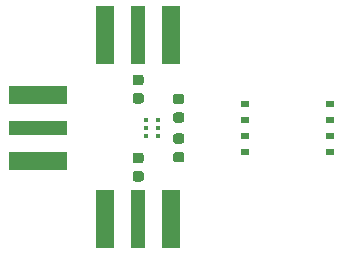
<source format=gbr>
%TF.GenerationSoftware,KiCad,Pcbnew,5.1.10-88a1d61d58~88~ubuntu18.04.1*%
%TF.CreationDate,2021-09-27T17:31:08+02:00*%
%TF.ProjectId,rf_phase_shifter_5_8GHz,72665f70-6861-4736-955f-736869667465,1.0.0*%
%TF.SameCoordinates,Original*%
%TF.FileFunction,Paste,Top*%
%TF.FilePolarity,Positive*%
%FSLAX46Y46*%
G04 Gerber Fmt 4.6, Leading zero omitted, Abs format (unit mm)*
G04 Created by KiCad (PCBNEW 5.1.10-88a1d61d58~88~ubuntu18.04.1) date 2021-09-27 17:31:08*
%MOMM*%
%LPD*%
G01*
G04 APERTURE LIST*
%ADD10R,5.000000X1.200000*%
%ADD11R,5.000000X1.600000*%
%ADD12R,1.200000X5.000000*%
%ADD13R,1.600000X5.000000*%
%ADD14R,0.330000X0.350000*%
%ADD15R,0.700000X0.600000*%
G04 APERTURE END LIST*
D10*
%TO.C,J3*%
X75946000Y-58928000D03*
D11*
X75946000Y-61698000D03*
X75946000Y-56158000D03*
%TD*%
D12*
%TO.C,J2*%
X84455000Y-66654000D03*
D13*
X87225000Y-66654000D03*
X81685000Y-66654000D03*
%TD*%
D12*
%TO.C,J1*%
X84455000Y-51054000D03*
D13*
X81685000Y-51054000D03*
X87225000Y-51054000D03*
%TD*%
D14*
%TO.C,FL1*%
X85103000Y-58278000D03*
X85103000Y-58928000D03*
X85103000Y-59578000D03*
X86093000Y-59578000D03*
X86093000Y-58928000D03*
X86093000Y-58278000D03*
%TD*%
D15*
%TO.C,D4*%
X100685600Y-59586900D03*
X100685600Y-60986900D03*
%TD*%
%TO.C,L2*%
G36*
G01*
X88140250Y-60254500D02*
X87627750Y-60254500D01*
G75*
G02*
X87409000Y-60035750I0J218750D01*
G01*
X87409000Y-59598250D01*
G75*
G02*
X87627750Y-59379500I218750J0D01*
G01*
X88140250Y-59379500D01*
G75*
G02*
X88359000Y-59598250I0J-218750D01*
G01*
X88359000Y-60035750D01*
G75*
G02*
X88140250Y-60254500I-218750J0D01*
G01*
G37*
G36*
G01*
X88140250Y-61829500D02*
X87627750Y-61829500D01*
G75*
G02*
X87409000Y-61610750I0J218750D01*
G01*
X87409000Y-61173250D01*
G75*
G02*
X87627750Y-60954500I218750J0D01*
G01*
X88140250Y-60954500D01*
G75*
G02*
X88359000Y-61173250I0J-218750D01*
G01*
X88359000Y-61610750D01*
G75*
G02*
X88140250Y-61829500I-218750J0D01*
G01*
G37*
%TD*%
%TO.C,L1*%
G36*
G01*
X87627750Y-57601500D02*
X88140250Y-57601500D01*
G75*
G02*
X88359000Y-57820250I0J-218750D01*
G01*
X88359000Y-58257750D01*
G75*
G02*
X88140250Y-58476500I-218750J0D01*
G01*
X87627750Y-58476500D01*
G75*
G02*
X87409000Y-58257750I0J218750D01*
G01*
X87409000Y-57820250D01*
G75*
G02*
X87627750Y-57601500I218750J0D01*
G01*
G37*
G36*
G01*
X87627750Y-56026500D02*
X88140250Y-56026500D01*
G75*
G02*
X88359000Y-56245250I0J-218750D01*
G01*
X88359000Y-56682750D01*
G75*
G02*
X88140250Y-56901500I-218750J0D01*
G01*
X87627750Y-56901500D01*
G75*
G02*
X87409000Y-56682750I0J218750D01*
G01*
X87409000Y-56245250D01*
G75*
G02*
X87627750Y-56026500I218750J0D01*
G01*
G37*
%TD*%
%TO.C,D3*%
X100685600Y-58269100D03*
X100685600Y-56869100D03*
%TD*%
%TO.C,D2*%
X93484700Y-60986900D03*
X93484700Y-59586900D03*
%TD*%
%TO.C,D1*%
X93472000Y-56869100D03*
X93472000Y-58269100D03*
%TD*%
%TO.C,C2*%
G36*
G01*
X84705000Y-61905000D02*
X84205000Y-61905000D01*
G75*
G02*
X83980000Y-61680000I0J225000D01*
G01*
X83980000Y-61230000D01*
G75*
G02*
X84205000Y-61005000I225000J0D01*
G01*
X84705000Y-61005000D01*
G75*
G02*
X84930000Y-61230000I0J-225000D01*
G01*
X84930000Y-61680000D01*
G75*
G02*
X84705000Y-61905000I-225000J0D01*
G01*
G37*
G36*
G01*
X84705000Y-63455000D02*
X84205000Y-63455000D01*
G75*
G02*
X83980000Y-63230000I0J225000D01*
G01*
X83980000Y-62780000D01*
G75*
G02*
X84205000Y-62555000I225000J0D01*
G01*
X84705000Y-62555000D01*
G75*
G02*
X84930000Y-62780000I0J-225000D01*
G01*
X84930000Y-63230000D01*
G75*
G02*
X84705000Y-63455000I-225000J0D01*
G01*
G37*
%TD*%
%TO.C,C1*%
G36*
G01*
X84705000Y-55301000D02*
X84205000Y-55301000D01*
G75*
G02*
X83980000Y-55076000I0J225000D01*
G01*
X83980000Y-54626000D01*
G75*
G02*
X84205000Y-54401000I225000J0D01*
G01*
X84705000Y-54401000D01*
G75*
G02*
X84930000Y-54626000I0J-225000D01*
G01*
X84930000Y-55076000D01*
G75*
G02*
X84705000Y-55301000I-225000J0D01*
G01*
G37*
G36*
G01*
X84705000Y-56851000D02*
X84205000Y-56851000D01*
G75*
G02*
X83980000Y-56626000I0J225000D01*
G01*
X83980000Y-56176000D01*
G75*
G02*
X84205000Y-55951000I225000J0D01*
G01*
X84705000Y-55951000D01*
G75*
G02*
X84930000Y-56176000I0J-225000D01*
G01*
X84930000Y-56626000D01*
G75*
G02*
X84705000Y-56851000I-225000J0D01*
G01*
G37*
%TD*%
M02*

</source>
